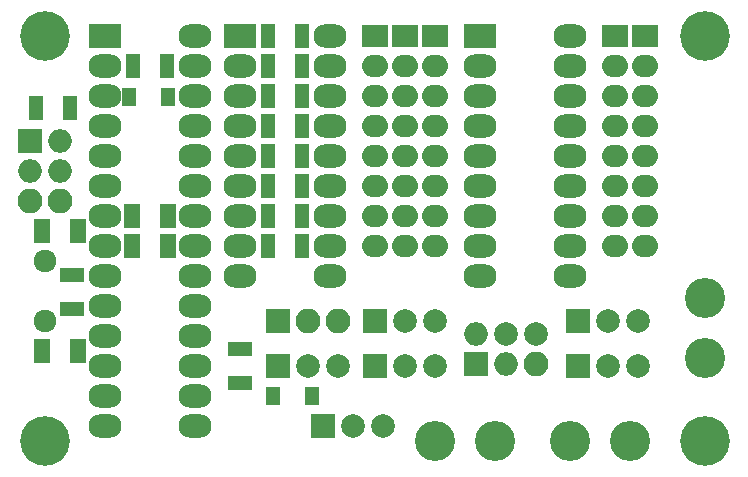
<source format=gbr>
G04 #@! TF.FileFunction,Soldermask,Bot*
%FSLAX46Y46*%
G04 Gerber Fmt 4.6, Leading zero omitted, Abs format (unit mm)*
G04 Created by KiCad (PCBNEW 4.0.7) date 12/18/18 08:39:27*
%MOMM*%
%LPD*%
G01*
G04 APERTURE LIST*
%ADD10C,0.100000*%
%ADD11R,1.300000X1.600000*%
%ADD12R,2.000000X2.000000*%
%ADD13C,2.000000*%
%ADD14C,4.200000*%
%ADD15R,2.100000X2.100000*%
%ADD16O,2.100000X2.100000*%
%ADD17R,1.400000X2.000000*%
%ADD18R,2.800000X2.000000*%
%ADD19O,2.800000X2.000000*%
%ADD20C,3.400000*%
%ADD21O,2.000000X2.000000*%
%ADD22R,1.300000X2.100000*%
%ADD23R,2.100000X1.300000*%
%ADD24C,1.924000*%
%ADD25R,2.200000X1.900000*%
%ADD26O,2.200000X1.900000*%
G04 APERTURE END LIST*
D10*
D11*
X159765000Y-104140000D03*
X156465000Y-104140000D03*
D12*
X182245000Y-97790000D03*
D13*
X184785000Y-97790000D03*
X187325000Y-97790000D03*
D12*
X165100000Y-97790000D03*
D13*
X167640000Y-97790000D03*
X170180000Y-97790000D03*
D12*
X156845000Y-101600000D03*
D13*
X159385000Y-101600000D03*
X161925000Y-101600000D03*
D14*
X137160000Y-107950000D03*
X137160000Y-73660000D03*
X193040000Y-73660000D03*
D15*
X156845000Y-97790000D03*
D16*
X159385000Y-97790000D03*
X161925000Y-97790000D03*
D14*
X193040000Y-107950000D03*
D11*
X144273000Y-78867000D03*
X147573000Y-78867000D03*
D17*
X147550000Y-91440000D03*
X144550000Y-91440000D03*
X136930000Y-100330000D03*
X139930000Y-100330000D03*
X144550000Y-88900000D03*
X147550000Y-88900000D03*
X136930000Y-90170000D03*
X139930000Y-90170000D03*
D18*
X142240000Y-73660000D03*
D19*
X149860000Y-106680000D03*
X142240000Y-76200000D03*
X149860000Y-104140000D03*
X142240000Y-78740000D03*
X149860000Y-101600000D03*
X142240000Y-81280000D03*
X149860000Y-99060000D03*
X142240000Y-83820000D03*
X149860000Y-96520000D03*
X142240000Y-86360000D03*
X149860000Y-93980000D03*
X142240000Y-88900000D03*
X149860000Y-91440000D03*
X142240000Y-91440000D03*
X149860000Y-88900000D03*
X142240000Y-93980000D03*
X149860000Y-86360000D03*
X142240000Y-96520000D03*
X149860000Y-83820000D03*
X142240000Y-99060000D03*
X149860000Y-81280000D03*
X142240000Y-101600000D03*
X149860000Y-78740000D03*
X142240000Y-104140000D03*
X149860000Y-76200000D03*
X142240000Y-106680000D03*
X149860000Y-73660000D03*
D12*
X182245000Y-101600000D03*
D13*
X184785000Y-101600000D03*
X187325000Y-101600000D03*
D12*
X165100000Y-101600000D03*
D13*
X167640000Y-101600000D03*
X170180000Y-101600000D03*
D20*
X175260000Y-107950000D03*
X170180000Y-107950000D03*
D12*
X160655000Y-106680000D03*
D13*
X163195000Y-106680000D03*
X165735000Y-106680000D03*
D12*
X135890000Y-82550000D03*
D21*
X138430000Y-82550000D03*
X135890000Y-85090000D03*
X138430000Y-85090000D03*
D16*
X135890000Y-87630000D03*
X138430000Y-87630000D03*
D12*
X173609000Y-101473000D03*
D21*
X173609000Y-98933000D03*
X176149000Y-101473000D03*
D13*
X176149000Y-98933000D03*
D16*
X178689000Y-101473000D03*
D13*
X178689000Y-98933000D03*
D20*
X193040000Y-95885000D03*
X193040000Y-100965000D03*
X186690000Y-107950000D03*
X181610000Y-107950000D03*
D22*
X147500000Y-76200000D03*
X144600000Y-76200000D03*
D23*
X153670000Y-100150000D03*
X153670000Y-103050000D03*
D22*
X158930000Y-73660000D03*
X156030000Y-73660000D03*
X158930000Y-76200000D03*
X156030000Y-76200000D03*
X158930000Y-78740000D03*
X156030000Y-78740000D03*
X158930000Y-81280000D03*
X156030000Y-81280000D03*
X158930000Y-83820000D03*
X156030000Y-83820000D03*
X158930000Y-86360000D03*
X156030000Y-86360000D03*
X158930000Y-88900000D03*
X156030000Y-88900000D03*
X158930000Y-91440000D03*
X156030000Y-91440000D03*
D18*
X173990000Y-73660000D03*
D19*
X181610000Y-93980000D03*
X173990000Y-76200000D03*
X181610000Y-91440000D03*
X173990000Y-78740000D03*
X181610000Y-88900000D03*
X173990000Y-81280000D03*
X181610000Y-86360000D03*
X173990000Y-83820000D03*
X181610000Y-83820000D03*
X173990000Y-86360000D03*
X181610000Y-81280000D03*
X173990000Y-88900000D03*
X181610000Y-78740000D03*
X173990000Y-91440000D03*
X181610000Y-76200000D03*
X173990000Y-93980000D03*
X181610000Y-73660000D03*
D18*
X153670000Y-73660000D03*
D19*
X161290000Y-93980000D03*
X153670000Y-76200000D03*
X161290000Y-91440000D03*
X153670000Y-78740000D03*
X161290000Y-88900000D03*
X153670000Y-81280000D03*
X161290000Y-86360000D03*
X153670000Y-83820000D03*
X161290000Y-83820000D03*
X153670000Y-86360000D03*
X161290000Y-81280000D03*
X153670000Y-88900000D03*
X161290000Y-78740000D03*
X153670000Y-91440000D03*
X161290000Y-76200000D03*
X153670000Y-93980000D03*
X161290000Y-73660000D03*
D24*
X137160000Y-92710000D03*
X137160000Y-97790000D03*
D25*
X185420000Y-73660000D03*
D26*
X185420000Y-76200000D03*
X185420000Y-78740000D03*
X185420000Y-81280000D03*
X185420000Y-83820000D03*
X185420000Y-86360000D03*
X185420000Y-88900000D03*
X185420000Y-91440000D03*
D25*
X187960000Y-73660000D03*
D26*
X187960000Y-76200000D03*
X187960000Y-78740000D03*
X187960000Y-81280000D03*
X187960000Y-83820000D03*
X187960000Y-86360000D03*
X187960000Y-88900000D03*
X187960000Y-91440000D03*
D25*
X165100000Y-73660000D03*
D26*
X165100000Y-76200000D03*
X165100000Y-78740000D03*
X165100000Y-81280000D03*
X165100000Y-83820000D03*
X165100000Y-86360000D03*
X165100000Y-88900000D03*
X165100000Y-91440000D03*
D25*
X167640000Y-73660000D03*
D26*
X167640000Y-76200000D03*
X167640000Y-78740000D03*
X167640000Y-81280000D03*
X167640000Y-83820000D03*
X167640000Y-86360000D03*
X167640000Y-88900000D03*
X167640000Y-91440000D03*
D25*
X170180000Y-73660000D03*
D26*
X170180000Y-76200000D03*
X170180000Y-78740000D03*
X170180000Y-81280000D03*
X170180000Y-83820000D03*
X170180000Y-86360000D03*
X170180000Y-88900000D03*
X170180000Y-91440000D03*
D22*
X139245000Y-79756000D03*
X136345000Y-79756000D03*
D23*
X139446000Y-93927000D03*
X139446000Y-96827000D03*
M02*

</source>
